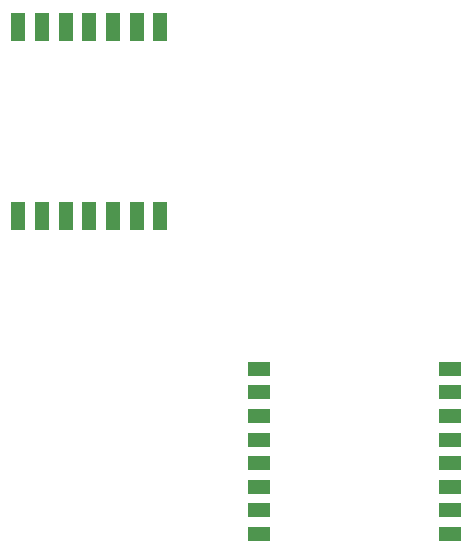
<source format=gtp>
G75*
%MOIN*%
%OFA0B0*%
%FSLAX24Y24*%
%IPPOS*%
%LPD*%
%AMOC8*
5,1,8,0,0,1.08239X$1,22.5*
%
%ADD10R,0.0480X0.0980*%
%ADD11R,0.0767X0.0452*%
D10*
X023198Y014918D03*
X023985Y014918D03*
X024773Y014918D03*
X025560Y014918D03*
X026347Y014918D03*
X027135Y014918D03*
X027922Y014918D03*
X027922Y021218D03*
X027135Y021218D03*
X026347Y021218D03*
X025560Y021218D03*
X024773Y021218D03*
X023985Y021218D03*
X023198Y021218D03*
D11*
X031204Y009843D03*
X031204Y009055D03*
X031204Y008268D03*
X031204Y007480D03*
X031204Y006693D03*
X031204Y005906D03*
X031204Y005118D03*
X031204Y004331D03*
X037582Y004331D03*
X037582Y005118D03*
X037582Y005906D03*
X037582Y006693D03*
X037582Y007480D03*
X037582Y008268D03*
X037582Y009055D03*
X037582Y009843D03*
M02*

</source>
